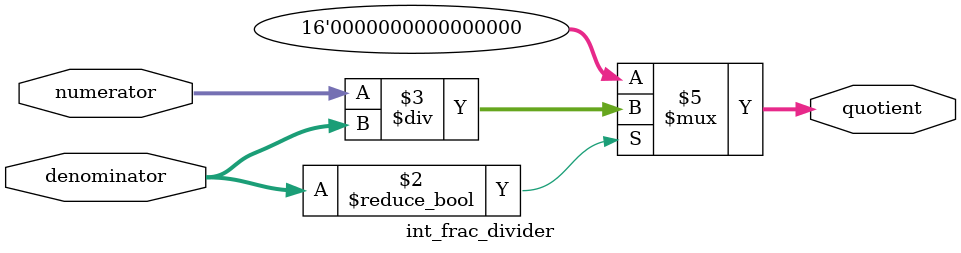
<source format=sv>

module integer_to_fraction #(
    parameter INT_WIDTH = 8,
    parameter FRAC_WIDTH = 8
)(
    input  wire [INT_WIDTH-1:0] int_in,
    input  wire [INT_WIDTH-1:0] denominator,
    output wire [INT_WIDTH+FRAC_WIDTH-1:0] frac_out
);

    wire [INT_WIDTH+FRAC_WIDTH-1:0] extended_int;
    wire [INT_WIDTH+FRAC_WIDTH-1:0] division_out;

    // Integer Extension Submodule
    int_to_extender #(
        .INT_WIDTH(INT_WIDTH),
        .FRAC_WIDTH(FRAC_WIDTH)
    ) u_int_to_extender (
        .int_in(int_in),
        .extended_int(extended_int)
    );

    // Denominator Extender Submodule
    denom_extender #(
        .INT_WIDTH(INT_WIDTH),
        .FRAC_WIDTH(FRAC_WIDTH)
    ) u_denom_extender (
        .denominator_in(denominator),
        .denominator_ext(denominator_ext)
    );

    // Division Submodule
    int_frac_divider #(
        .DIV_WIDTH(INT_WIDTH+FRAC_WIDTH)
    ) u_int_frac_divider (
        .numerator(extended_int),
        .denominator(denominator_ext),
        .quotient(division_out)
    );

    assign frac_out = division_out;

    wire [INT_WIDTH+FRAC_WIDTH-1:0] denominator_ext;

endmodule

// -----------------------------------------------------------------------------
// 子模块：int_to_extender
// 功能：将输入整数左移FRAC_WIDTH位，实现小数扩展
// -----------------------------------------------------------------------------
module int_to_extender #(
    parameter INT_WIDTH = 8,
    parameter FRAC_WIDTH = 8
)(
    input  wire [INT_WIDTH-1:0] int_in,
    output wire [INT_WIDTH+FRAC_WIDTH-1:0] extended_int
);
    assign extended_int = {{(FRAC_WIDTH){1'b0}}, int_in} << FRAC_WIDTH;
endmodule

// -----------------------------------------------------------------------------
// 子模块：denom_extender
// 功能：将分母扩展为与分子等宽
// -----------------------------------------------------------------------------
module denom_extender #(
    parameter INT_WIDTH = 8,
    parameter FRAC_WIDTH = 8
)(
    input  wire [INT_WIDTH-1:0] denominator_in,
    output wire [INT_WIDTH+FRAC_WIDTH-1:0] denominator_ext
);
    assign denominator_ext = {{FRAC_WIDTH{1'b0}}, denominator_in};
endmodule

// -----------------------------------------------------------------------------
// 子模块：int_frac_divider
// 功能：对扩展后的整数进行除法，得到定点小数输出
// -----------------------------------------------------------------------------
module int_frac_divider #(
    parameter DIV_WIDTH = 16
)(
    input  wire [DIV_WIDTH-1:0] numerator,
    input  wire [DIV_WIDTH-1:0] denominator,
    output reg  [DIV_WIDTH-1:0] quotient
);
    always @* begin
        if (denominator != 0)
            quotient = numerator / denominator;
        else
            quotient = {DIV_WIDTH{1'b0}};
    end
endmodule
</source>
